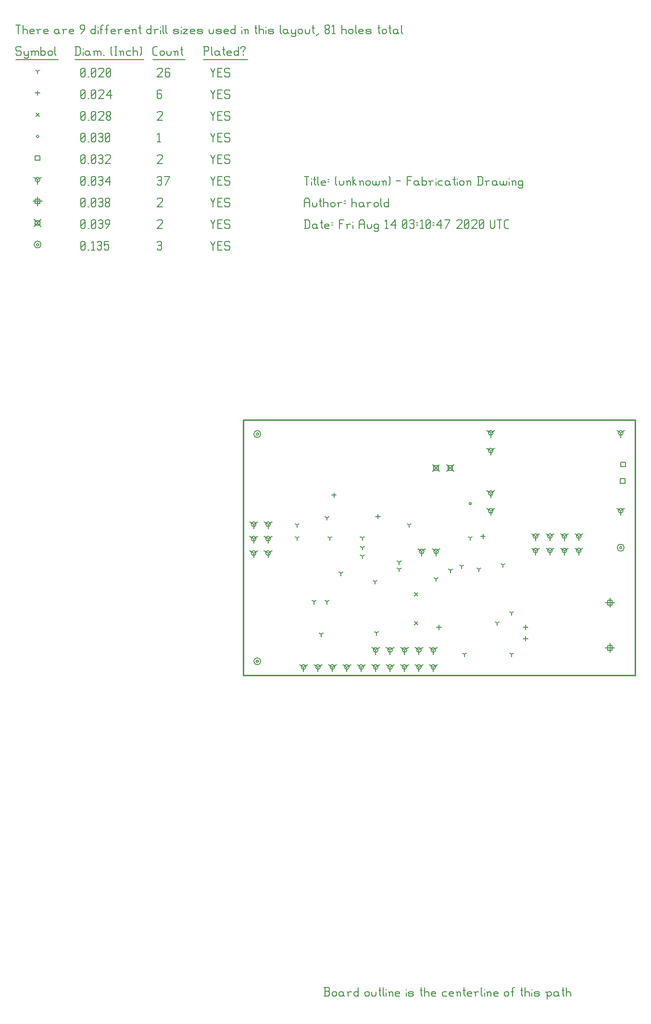
<source format=gbr>
G04 start of page 11 for group -3984 idx -3984 *
G04 Title: (unknown), fab *
G04 Creator: pcb 4.2.2 *
G04 CreationDate: Fri Aug 14 03:10:47 2020 UTC *
G04 For: harold *
G04 Format: Gerber/RS-274X *
G04 PCB-Dimensions (mil): 6000.00 5000.00 *
G04 PCB-Coordinate-Origin: lower left *
%MOIN*%
%FSLAX25Y25*%
%LNFAB*%
%ADD106C,0.0100*%
%ADD105C,0.0075*%
%ADD104C,0.0060*%
%ADD103R,0.0080X0.0080*%
G54D103*X166523Y222441D02*G75*G03X168123Y222441I800J0D01*G01*
G75*G03X166523Y222441I-800J0D01*G01*
X164923D02*G75*G03X169723Y222441I2400J0D01*G01*
G75*G03X164923Y222441I-2400J0D01*G01*
X166523Y379921D02*G75*G03X168123Y379921I800J0D01*G01*
G75*G03X166523Y379921I-800J0D01*G01*
X164923D02*G75*G03X169723Y379921I2400J0D01*G01*
G75*G03X164923Y379921I-2400J0D01*G01*
X418491Y301181D02*G75*G03X420091Y301181I800J0D01*G01*
G75*G03X418491Y301181I-800J0D01*G01*
X416891D02*G75*G03X421691Y301181I2400J0D01*G01*
G75*G03X416891Y301181I-2400J0D01*G01*
X14200Y511250D02*G75*G03X15800Y511250I800J0D01*G01*
G75*G03X14200Y511250I-800J0D01*G01*
X12600D02*G75*G03X17400Y511250I2400J0D01*G01*
G75*G03X12600Y511250I-2400J0D01*G01*
G54D104*X135000Y513500D02*X136500Y510500D01*
X138000Y513500D01*
X136500Y510500D02*Y507500D01*
X139800Y510800D02*X142050D01*
X139800Y507500D02*X142800D01*
X139800Y513500D02*Y507500D01*
Y513500D02*X142800D01*
X147600D02*X148350Y512750D01*
X145350Y513500D02*X147600D01*
X144600Y512750D02*X145350Y513500D01*
X144600Y512750D02*Y511250D01*
X145350Y510500D01*
X147600D01*
X148350Y509750D01*
Y508250D01*
X147600Y507500D02*X148350Y508250D01*
X145350Y507500D02*X147600D01*
X144600Y508250D02*X145350Y507500D01*
X98000Y512750D02*X98750Y513500D01*
X100250D01*
X101000Y512750D01*
X100250Y507500D02*X101000Y508250D01*
X98750Y507500D02*X100250D01*
X98000Y508250D02*X98750Y507500D01*
Y510800D02*X100250D01*
X101000Y512750D02*Y511550D01*
Y510050D02*Y508250D01*
Y510050D02*X100250Y510800D01*
X101000Y511550D02*X100250Y510800D01*
X45000Y508250D02*X45750Y507500D01*
X45000Y512750D02*Y508250D01*
Y512750D02*X45750Y513500D01*
X47250D01*
X48000Y512750D01*
Y508250D01*
X47250Y507500D02*X48000Y508250D01*
X45750Y507500D02*X47250D01*
X45000Y509000D02*X48000Y512000D01*
X49800Y507500D02*X50550D01*
X52350Y512300D02*X53550Y513500D01*
Y507500D01*
X52350D02*X54600D01*
X56400Y512750D02*X57150Y513500D01*
X58650D01*
X59400Y512750D01*
X58650Y507500D02*X59400Y508250D01*
X57150Y507500D02*X58650D01*
X56400Y508250D02*X57150Y507500D01*
Y510800D02*X58650D01*
X59400Y512750D02*Y511550D01*
Y510050D02*Y508250D01*
Y510050D02*X58650Y510800D01*
X59400Y511550D02*X58650Y510800D01*
X61200Y513500D02*X64200D01*
X61200D02*Y510500D01*
X61950Y511250D01*
X63450D01*
X64200Y510500D01*
Y508250D01*
X63450Y507500D02*X64200Y508250D01*
X61950Y507500D02*X63450D01*
X61200Y508250D02*X61950Y507500D01*
X298782Y358699D02*X303582Y353899D01*
X298782D02*X303582Y358699D01*
X299582Y357899D02*X302782D01*
X299582D02*Y354699D01*
X302782D01*
Y357899D02*Y354699D01*
X288939Y358699D02*X293739Y353899D01*
X288939D02*X293739Y358699D01*
X289739Y357899D02*X292939D01*
X289739D02*Y354699D01*
X292939D01*
Y357899D02*Y354699D01*
X12600Y528650D02*X17400Y523850D01*
X12600D02*X17400Y528650D01*
X13400Y527850D02*X16600D01*
X13400D02*Y524650D01*
X16600D01*
Y527850D02*Y524650D01*
X135000Y528500D02*X136500Y525500D01*
X138000Y528500D01*
X136500Y525500D02*Y522500D01*
X139800Y525800D02*X142050D01*
X139800Y522500D02*X142800D01*
X139800Y528500D02*Y522500D01*
Y528500D02*X142800D01*
X147600D02*X148350Y527750D01*
X145350Y528500D02*X147600D01*
X144600Y527750D02*X145350Y528500D01*
X144600Y527750D02*Y526250D01*
X145350Y525500D01*
X147600D01*
X148350Y524750D01*
Y523250D01*
X147600Y522500D02*X148350Y523250D01*
X145350Y522500D02*X147600D01*
X144600Y523250D02*X145350Y522500D01*
X98000Y527750D02*X98750Y528500D01*
X101000D01*
X101750Y527750D01*
Y526250D01*
X98000Y522500D02*X101750Y526250D01*
X98000Y522500D02*X101750D01*
X45000Y523250D02*X45750Y522500D01*
X45000Y527750D02*Y523250D01*
Y527750D02*X45750Y528500D01*
X47250D01*
X48000Y527750D01*
Y523250D01*
X47250Y522500D02*X48000Y523250D01*
X45750Y522500D02*X47250D01*
X45000Y524000D02*X48000Y527000D01*
X49800Y522500D02*X50550D01*
X52350Y523250D02*X53100Y522500D01*
X52350Y527750D02*Y523250D01*
Y527750D02*X53100Y528500D01*
X54600D01*
X55350Y527750D01*
Y523250D01*
X54600Y522500D02*X55350Y523250D01*
X53100Y522500D02*X54600D01*
X52350Y524000D02*X55350Y527000D01*
X57150Y527750D02*X57900Y528500D01*
X59400D01*
X60150Y527750D01*
X59400Y522500D02*X60150Y523250D01*
X57900Y522500D02*X59400D01*
X57150Y523250D02*X57900Y522500D01*
Y525800D02*X59400D01*
X60150Y527750D02*Y526550D01*
Y525050D02*Y523250D01*
Y525050D02*X59400Y525800D01*
X60150Y526550D02*X59400Y525800D01*
X62700Y522500D02*X64950Y525500D01*
Y527750D02*Y525500D01*
X64200Y528500D02*X64950Y527750D01*
X62700Y528500D02*X64200D01*
X61950Y527750D02*X62700Y528500D01*
X61950Y527750D02*Y526250D01*
X62700Y525500D01*
X64950D01*
X411811Y235011D02*Y228611D01*
X408611Y231811D02*X415011D01*
X410211Y233411D02*X413411D01*
X410211D02*Y230211D01*
X413411D01*
Y233411D02*Y230211D01*
X411811Y266350D02*Y259950D01*
X408611Y263150D02*X415011D01*
X410211Y264750D02*X413411D01*
X410211D02*Y261550D01*
X413411D01*
Y264750D02*Y261550D01*
X15000Y544450D02*Y538050D01*
X11800Y541250D02*X18200D01*
X13400Y542850D02*X16600D01*
X13400D02*Y539650D01*
X16600D01*
Y542850D02*Y539650D01*
X135000Y543500D02*X136500Y540500D01*
X138000Y543500D01*
X136500Y540500D02*Y537500D01*
X139800Y540800D02*X142050D01*
X139800Y537500D02*X142800D01*
X139800Y543500D02*Y537500D01*
Y543500D02*X142800D01*
X147600D02*X148350Y542750D01*
X145350Y543500D02*X147600D01*
X144600Y542750D02*X145350Y543500D01*
X144600Y542750D02*Y541250D01*
X145350Y540500D01*
X147600D01*
X148350Y539750D01*
Y538250D01*
X147600Y537500D02*X148350Y538250D01*
X145350Y537500D02*X147600D01*
X144600Y538250D02*X145350Y537500D01*
X98000Y542750D02*X98750Y543500D01*
X101000D01*
X101750Y542750D01*
Y541250D01*
X98000Y537500D02*X101750Y541250D01*
X98000Y537500D02*X101750D01*
X45000Y538250D02*X45750Y537500D01*
X45000Y542750D02*Y538250D01*
Y542750D02*X45750Y543500D01*
X47250D01*
X48000Y542750D01*
Y538250D01*
X47250Y537500D02*X48000Y538250D01*
X45750Y537500D02*X47250D01*
X45000Y539000D02*X48000Y542000D01*
X49800Y537500D02*X50550D01*
X52350Y538250D02*X53100Y537500D01*
X52350Y542750D02*Y538250D01*
Y542750D02*X53100Y543500D01*
X54600D01*
X55350Y542750D01*
Y538250D01*
X54600Y537500D02*X55350Y538250D01*
X53100Y537500D02*X54600D01*
X52350Y539000D02*X55350Y542000D01*
X57150Y542750D02*X57900Y543500D01*
X59400D01*
X60150Y542750D01*
X59400Y537500D02*X60150Y538250D01*
X57900Y537500D02*X59400D01*
X57150Y538250D02*X57900Y537500D01*
Y540800D02*X59400D01*
X60150Y542750D02*Y541550D01*
Y540050D02*Y538250D01*
Y540050D02*X59400Y540800D01*
X60150Y541550D02*X59400Y540800D01*
X61950Y538250D02*X62700Y537500D01*
X61950Y539450D02*Y538250D01*
Y539450D02*X63000Y540500D01*
X63900D01*
X64950Y539450D01*
Y538250D01*
X64200Y537500D02*X64950Y538250D01*
X62700Y537500D02*X64200D01*
X61950Y541550D02*X63000Y540500D01*
X61950Y542750D02*Y541550D01*
Y542750D02*X62700Y543500D01*
X64200D01*
X64950Y542750D01*
Y541550D01*
X63900Y540500D02*X64950Y541550D01*
X390236Y309213D02*Y306013D01*
Y309213D02*X393010Y310813D01*
X390236Y309213D02*X387463Y310813D01*
X388636Y309213D02*G75*G03X391836Y309213I1600J0D01*G01*
G75*G03X388636Y309213I-1600J0D01*G01*
X380236D02*Y306013D01*
Y309213D02*X383010Y310813D01*
X380236Y309213D02*X377463Y310813D01*
X378636Y309213D02*G75*G03X381836Y309213I1600J0D01*G01*
G75*G03X378636Y309213I-1600J0D01*G01*
X370236D02*Y306013D01*
Y309213D02*X373010Y310813D01*
X370236Y309213D02*X367463Y310813D01*
X368636Y309213D02*G75*G03X371836Y309213I1600J0D01*G01*
G75*G03X368636Y309213I-1600J0D01*G01*
X360236D02*Y306013D01*
Y309213D02*X363010Y310813D01*
X360236Y309213D02*X357463Y310813D01*
X358636Y309213D02*G75*G03X361836Y309213I1600J0D01*G01*
G75*G03X358636Y309213I-1600J0D01*G01*
X390236Y299213D02*Y296013D01*
Y299213D02*X393010Y300813D01*
X390236Y299213D02*X387463Y300813D01*
X388636Y299213D02*G75*G03X391836Y299213I1600J0D01*G01*
G75*G03X388636Y299213I-1600J0D01*G01*
X380236D02*Y296013D01*
Y299213D02*X383010Y300813D01*
X380236Y299213D02*X377463Y300813D01*
X378636Y299213D02*G75*G03X381836Y299213I1600J0D01*G01*
G75*G03X378636Y299213I-1600J0D01*G01*
X370236D02*Y296013D01*
Y299213D02*X373010Y300813D01*
X370236Y299213D02*X367463Y300813D01*
X368636Y299213D02*G75*G03X371836Y299213I1600J0D01*G01*
G75*G03X368636Y299213I-1600J0D01*G01*
X360236D02*Y296013D01*
Y299213D02*X363010Y300813D01*
X360236Y299213D02*X357463Y300813D01*
X358636Y299213D02*G75*G03X361836Y299213I1600J0D01*G01*
G75*G03X358636Y299213I-1600J0D01*G01*
X419291Y380709D02*Y377509D01*
Y380709D02*X422065Y382309D01*
X419291Y380709D02*X416518Y382309D01*
X417691Y380709D02*G75*G03X420891Y380709I1600J0D01*G01*
G75*G03X417691Y380709I-1600J0D01*G01*
X419291Y326772D02*Y323572D01*
Y326772D02*X422065Y328372D01*
X419291Y326772D02*X416518Y328372D01*
X417691Y326772D02*G75*G03X420891Y326772I1600J0D01*G01*
G75*G03X417691Y326772I-1600J0D01*G01*
X329134Y380709D02*Y377509D01*
Y380709D02*X331908Y382309D01*
X329134Y380709D02*X326361Y382309D01*
X327534Y380709D02*G75*G03X330734Y380709I1600J0D01*G01*
G75*G03X327534Y380709I-1600J0D01*G01*
X329134Y368504D02*Y365304D01*
Y368504D02*X331908Y370104D01*
X329134Y368504D02*X326361Y370104D01*
X327534Y368504D02*G75*G03X330734Y368504I1600J0D01*G01*
G75*G03X327534Y368504I-1600J0D01*G01*
X329134Y338977D02*Y335777D01*
Y338977D02*X331908Y340577D01*
X329134Y338977D02*X326361Y340577D01*
X327534Y338977D02*G75*G03X330734Y338977I1600J0D01*G01*
G75*G03X327534Y338977I-1600J0D01*G01*
X329134Y326772D02*Y323572D01*
Y326772D02*X331908Y328372D01*
X329134Y326772D02*X326361Y328372D01*
X327534Y326772D02*G75*G03X330734Y326772I1600J0D01*G01*
G75*G03X327534Y326772I-1600J0D01*G01*
X289370Y218504D02*Y215304D01*
Y218504D02*X292143Y220104D01*
X289370Y218504D02*X286597Y220104D01*
X287770Y218504D02*G75*G03X290970Y218504I1600J0D01*G01*
G75*G03X287770Y218504I-1600J0D01*G01*
X279370D02*Y215304D01*
Y218504D02*X282143Y220104D01*
X279370Y218504D02*X276597Y220104D01*
X277770Y218504D02*G75*G03X280970Y218504I1600J0D01*G01*
G75*G03X277770Y218504I-1600J0D01*G01*
X269370D02*Y215304D01*
Y218504D02*X272143Y220104D01*
X269370Y218504D02*X266597Y220104D01*
X267770Y218504D02*G75*G03X270970Y218504I1600J0D01*G01*
G75*G03X267770Y218504I-1600J0D01*G01*
X259370D02*Y215304D01*
Y218504D02*X262143Y220104D01*
X259370Y218504D02*X256597Y220104D01*
X257770Y218504D02*G75*G03X260970Y218504I1600J0D01*G01*
G75*G03X257770Y218504I-1600J0D01*G01*
X249370D02*Y215304D01*
Y218504D02*X252143Y220104D01*
X249370Y218504D02*X246597Y220104D01*
X247770Y218504D02*G75*G03X250970Y218504I1600J0D01*G01*
G75*G03X247770Y218504I-1600J0D01*G01*
X239370D02*Y215304D01*
Y218504D02*X242143Y220104D01*
X239370Y218504D02*X236597Y220104D01*
X237770Y218504D02*G75*G03X240970Y218504I1600J0D01*G01*
G75*G03X237770Y218504I-1600J0D01*G01*
X229370D02*Y215304D01*
Y218504D02*X232143Y220104D01*
X229370Y218504D02*X226597Y220104D01*
X227770Y218504D02*G75*G03X230970Y218504I1600J0D01*G01*
G75*G03X227770Y218504I-1600J0D01*G01*
X219370D02*Y215304D01*
Y218504D02*X222143Y220104D01*
X219370Y218504D02*X216597Y220104D01*
X217770Y218504D02*G75*G03X220970Y218504I1600J0D01*G01*
G75*G03X217770Y218504I-1600J0D01*G01*
X209370D02*Y215304D01*
Y218504D02*X212143Y220104D01*
X209370Y218504D02*X206597Y220104D01*
X207770Y218504D02*G75*G03X210970Y218504I1600J0D01*G01*
G75*G03X207770Y218504I-1600J0D01*G01*
X199370D02*Y215304D01*
Y218504D02*X202143Y220104D01*
X199370Y218504D02*X196597Y220104D01*
X197770Y218504D02*G75*G03X200970Y218504I1600J0D01*G01*
G75*G03X197770Y218504I-1600J0D01*G01*
X289370Y230315D02*Y227115D01*
Y230315D02*X292143Y231915D01*
X289370Y230315D02*X286597Y231915D01*
X287770Y230315D02*G75*G03X290970Y230315I1600J0D01*G01*
G75*G03X287770Y230315I-1600J0D01*G01*
X279370D02*Y227115D01*
Y230315D02*X282143Y231915D01*
X279370Y230315D02*X276597Y231915D01*
X277770Y230315D02*G75*G03X280970Y230315I1600J0D01*G01*
G75*G03X277770Y230315I-1600J0D01*G01*
X269370D02*Y227115D01*
Y230315D02*X272143Y231915D01*
X269370Y230315D02*X266597Y231915D01*
X267770Y230315D02*G75*G03X270970Y230315I1600J0D01*G01*
G75*G03X267770Y230315I-1600J0D01*G01*
X259370D02*Y227115D01*
Y230315D02*X262143Y231915D01*
X259370Y230315D02*X256597Y231915D01*
X257770Y230315D02*G75*G03X260970Y230315I1600J0D01*G01*
G75*G03X257770Y230315I-1600J0D01*G01*
X249370D02*Y227115D01*
Y230315D02*X252143Y231915D01*
X249370Y230315D02*X246597Y231915D01*
X247770Y230315D02*G75*G03X250970Y230315I1600J0D01*G01*
G75*G03X247770Y230315I-1600J0D01*G01*
X174823Y317421D02*Y314221D01*
Y317421D02*X177596Y319021D01*
X174823Y317421D02*X172050Y319021D01*
X173223Y317421D02*G75*G03X176423Y317421I1600J0D01*G01*
G75*G03X173223Y317421I-1600J0D01*G01*
X174823Y307421D02*Y304221D01*
Y307421D02*X177596Y309021D01*
X174823Y307421D02*X172050Y309021D01*
X173223Y307421D02*G75*G03X176423Y307421I1600J0D01*G01*
G75*G03X173223Y307421I-1600J0D01*G01*
X174823Y297421D02*Y294221D01*
Y297421D02*X177596Y299021D01*
X174823Y297421D02*X172050Y299021D01*
X173223Y297421D02*G75*G03X176423Y297421I1600J0D01*G01*
G75*G03X173223Y297421I-1600J0D01*G01*
X164823Y317421D02*Y314221D01*
Y317421D02*X167596Y319021D01*
X164823Y317421D02*X162050Y319021D01*
X163223Y317421D02*G75*G03X166423Y317421I1600J0D01*G01*
G75*G03X163223Y317421I-1600J0D01*G01*
X164823Y307421D02*Y304221D01*
Y307421D02*X167596Y309021D01*
X164823Y307421D02*X162050Y309021D01*
X163223Y307421D02*G75*G03X166423Y307421I1600J0D01*G01*
G75*G03X163223Y307421I-1600J0D01*G01*
X164823Y297421D02*Y294221D01*
Y297421D02*X167596Y299021D01*
X164823Y297421D02*X162050Y299021D01*
X163223Y297421D02*G75*G03X166423Y297421I1600J0D01*G01*
G75*G03X163223Y297421I-1600J0D01*G01*
X291339Y298622D02*Y295422D01*
Y298622D02*X294112Y300222D01*
X291339Y298622D02*X288565Y300222D01*
X289739Y298622D02*G75*G03X292939Y298622I1600J0D01*G01*
G75*G03X289739Y298622I-1600J0D01*G01*
X281339D02*Y295422D01*
Y298622D02*X284112Y300222D01*
X281339Y298622D02*X278565Y300222D01*
X279739Y298622D02*G75*G03X282939Y298622I1600J0D01*G01*
G75*G03X279739Y298622I-1600J0D01*G01*
X15000Y556250D02*Y553050D01*
Y556250D02*X17773Y557850D01*
X15000Y556250D02*X12227Y557850D01*
X13400Y556250D02*G75*G03X16600Y556250I1600J0D01*G01*
G75*G03X13400Y556250I-1600J0D01*G01*
X135000Y558500D02*X136500Y555500D01*
X138000Y558500D01*
X136500Y555500D02*Y552500D01*
X139800Y555800D02*X142050D01*
X139800Y552500D02*X142800D01*
X139800Y558500D02*Y552500D01*
Y558500D02*X142800D01*
X147600D02*X148350Y557750D01*
X145350Y558500D02*X147600D01*
X144600Y557750D02*X145350Y558500D01*
X144600Y557750D02*Y556250D01*
X145350Y555500D01*
X147600D01*
X148350Y554750D01*
Y553250D01*
X147600Y552500D02*X148350Y553250D01*
X145350Y552500D02*X147600D01*
X144600Y553250D02*X145350Y552500D01*
X98000Y557750D02*X98750Y558500D01*
X100250D01*
X101000Y557750D01*
X100250Y552500D02*X101000Y553250D01*
X98750Y552500D02*X100250D01*
X98000Y553250D02*X98750Y552500D01*
Y555800D02*X100250D01*
X101000Y557750D02*Y556550D01*
Y555050D02*Y553250D01*
Y555050D02*X100250Y555800D01*
X101000Y556550D02*X100250Y555800D01*
X103550Y552500D02*X106550Y558500D01*
X102800D02*X106550D01*
X45000Y553250D02*X45750Y552500D01*
X45000Y557750D02*Y553250D01*
Y557750D02*X45750Y558500D01*
X47250D01*
X48000Y557750D01*
Y553250D01*
X47250Y552500D02*X48000Y553250D01*
X45750Y552500D02*X47250D01*
X45000Y554000D02*X48000Y557000D01*
X49800Y552500D02*X50550D01*
X52350Y553250D02*X53100Y552500D01*
X52350Y557750D02*Y553250D01*
Y557750D02*X53100Y558500D01*
X54600D01*
X55350Y557750D01*
Y553250D01*
X54600Y552500D02*X55350Y553250D01*
X53100Y552500D02*X54600D01*
X52350Y554000D02*X55350Y557000D01*
X57150Y557750D02*X57900Y558500D01*
X59400D01*
X60150Y557750D01*
X59400Y552500D02*X60150Y553250D01*
X57900Y552500D02*X59400D01*
X57150Y553250D02*X57900Y552500D01*
Y555800D02*X59400D01*
X60150Y557750D02*Y556550D01*
Y555050D02*Y553250D01*
Y555050D02*X59400Y555800D01*
X60150Y556550D02*X59400Y555800D01*
X61950Y554750D02*X64950Y558500D01*
X61950Y554750D02*X65700D01*
X64950Y558500D02*Y552500D01*
X419069Y349041D02*X422269D01*
X419069D02*Y345841D01*
X422269D01*
Y349041D02*Y345841D01*
X419266Y360458D02*X422466D01*
X419266D02*Y357258D01*
X422466D01*
Y360458D02*Y357258D01*
X13400Y572850D02*X16600D01*
X13400D02*Y569650D01*
X16600D01*
Y572850D02*Y569650D01*
X135000Y573500D02*X136500Y570500D01*
X138000Y573500D01*
X136500Y570500D02*Y567500D01*
X139800Y570800D02*X142050D01*
X139800Y567500D02*X142800D01*
X139800Y573500D02*Y567500D01*
Y573500D02*X142800D01*
X147600D02*X148350Y572750D01*
X145350Y573500D02*X147600D01*
X144600Y572750D02*X145350Y573500D01*
X144600Y572750D02*Y571250D01*
X145350Y570500D01*
X147600D01*
X148350Y569750D01*
Y568250D01*
X147600Y567500D02*X148350Y568250D01*
X145350Y567500D02*X147600D01*
X144600Y568250D02*X145350Y567500D01*
X98000Y572750D02*X98750Y573500D01*
X101000D01*
X101750Y572750D01*
Y571250D01*
X98000Y567500D02*X101750Y571250D01*
X98000Y567500D02*X101750D01*
X45000Y568250D02*X45750Y567500D01*
X45000Y572750D02*Y568250D01*
Y572750D02*X45750Y573500D01*
X47250D01*
X48000Y572750D01*
Y568250D01*
X47250Y567500D02*X48000Y568250D01*
X45750Y567500D02*X47250D01*
X45000Y569000D02*X48000Y572000D01*
X49800Y567500D02*X50550D01*
X52350Y568250D02*X53100Y567500D01*
X52350Y572750D02*Y568250D01*
Y572750D02*X53100Y573500D01*
X54600D01*
X55350Y572750D01*
Y568250D01*
X54600Y567500D02*X55350Y568250D01*
X53100Y567500D02*X54600D01*
X52350Y569000D02*X55350Y572000D01*
X57150Y572750D02*X57900Y573500D01*
X59400D01*
X60150Y572750D01*
X59400Y567500D02*X60150Y568250D01*
X57900Y567500D02*X59400D01*
X57150Y568250D02*X57900Y567500D01*
Y570800D02*X59400D01*
X60150Y572750D02*Y571550D01*
Y570050D02*Y568250D01*
Y570050D02*X59400Y570800D01*
X60150Y571550D02*X59400Y570800D01*
X61950Y572750D02*X62700Y573500D01*
X64950D01*
X65700Y572750D01*
Y571250D01*
X61950Y567500D02*X65700Y571250D01*
X61950Y567500D02*X65700D01*
X314161Y331693D02*G75*G03X315761Y331693I800J0D01*G01*
G75*G03X314161Y331693I-800J0D01*G01*
X14200Y586250D02*G75*G03X15800Y586250I800J0D01*G01*
G75*G03X14200Y586250I-800J0D01*G01*
X135000Y588500D02*X136500Y585500D01*
X138000Y588500D01*
X136500Y585500D02*Y582500D01*
X139800Y585800D02*X142050D01*
X139800Y582500D02*X142800D01*
X139800Y588500D02*Y582500D01*
Y588500D02*X142800D01*
X147600D02*X148350Y587750D01*
X145350Y588500D02*X147600D01*
X144600Y587750D02*X145350Y588500D01*
X144600Y587750D02*Y586250D01*
X145350Y585500D01*
X147600D01*
X148350Y584750D01*
Y583250D01*
X147600Y582500D02*X148350Y583250D01*
X145350Y582500D02*X147600D01*
X144600Y583250D02*X145350Y582500D01*
X98000Y587300D02*X99200Y588500D01*
Y582500D01*
X98000D02*X100250D01*
X45000Y583250D02*X45750Y582500D01*
X45000Y587750D02*Y583250D01*
Y587750D02*X45750Y588500D01*
X47250D01*
X48000Y587750D01*
Y583250D01*
X47250Y582500D02*X48000Y583250D01*
X45750Y582500D02*X47250D01*
X45000Y584000D02*X48000Y587000D01*
X49800Y582500D02*X50550D01*
X52350Y583250D02*X53100Y582500D01*
X52350Y587750D02*Y583250D01*
Y587750D02*X53100Y588500D01*
X54600D01*
X55350Y587750D01*
Y583250D01*
X54600Y582500D02*X55350Y583250D01*
X53100Y582500D02*X54600D01*
X52350Y584000D02*X55350Y587000D01*
X57150Y587750D02*X57900Y588500D01*
X59400D01*
X60150Y587750D01*
X59400Y582500D02*X60150Y583250D01*
X57900Y582500D02*X59400D01*
X57150Y583250D02*X57900Y582500D01*
Y585800D02*X59400D01*
X60150Y587750D02*Y586550D01*
Y585050D02*Y583250D01*
Y585050D02*X59400Y585800D01*
X60150Y586550D02*X59400Y585800D01*
X61950Y583250D02*X62700Y582500D01*
X61950Y587750D02*Y583250D01*
Y587750D02*X62700Y588500D01*
X64200D01*
X64950Y587750D01*
Y583250D01*
X64200Y582500D02*X64950Y583250D01*
X62700Y582500D02*X64200D01*
X61950Y584000D02*X64950Y587000D01*
X276359Y270058D02*X278759Y267658D01*
X276359D02*X278759Y270058D01*
X276359Y250058D02*X278759Y247658D01*
X276359D02*X278759Y250058D01*
X13800Y602450D02*X16200Y600050D01*
X13800D02*X16200Y602450D01*
X135000Y603500D02*X136500Y600500D01*
X138000Y603500D01*
X136500Y600500D02*Y597500D01*
X139800Y600800D02*X142050D01*
X139800Y597500D02*X142800D01*
X139800Y603500D02*Y597500D01*
Y603500D02*X142800D01*
X147600D02*X148350Y602750D01*
X145350Y603500D02*X147600D01*
X144600Y602750D02*X145350Y603500D01*
X144600Y602750D02*Y601250D01*
X145350Y600500D01*
X147600D01*
X148350Y599750D01*
Y598250D01*
X147600Y597500D02*X148350Y598250D01*
X145350Y597500D02*X147600D01*
X144600Y598250D02*X145350Y597500D01*
X98000Y602750D02*X98750Y603500D01*
X101000D01*
X101750Y602750D01*
Y601250D01*
X98000Y597500D02*X101750Y601250D01*
X98000Y597500D02*X101750D01*
X45000Y598250D02*X45750Y597500D01*
X45000Y602750D02*Y598250D01*
Y602750D02*X45750Y603500D01*
X47250D01*
X48000Y602750D01*
Y598250D01*
X47250Y597500D02*X48000Y598250D01*
X45750Y597500D02*X47250D01*
X45000Y599000D02*X48000Y602000D01*
X49800Y597500D02*X50550D01*
X52350Y598250D02*X53100Y597500D01*
X52350Y602750D02*Y598250D01*
Y602750D02*X53100Y603500D01*
X54600D01*
X55350Y602750D01*
Y598250D01*
X54600Y597500D02*X55350Y598250D01*
X53100Y597500D02*X54600D01*
X52350Y599000D02*X55350Y602000D01*
X57150Y602750D02*X57900Y603500D01*
X60150D01*
X60900Y602750D01*
Y601250D01*
X57150Y597500D02*X60900Y601250D01*
X57150Y597500D02*X60900D01*
X62700Y598250D02*X63450Y597500D01*
X62700Y599450D02*Y598250D01*
Y599450D02*X63750Y600500D01*
X64650D01*
X65700Y599450D01*
Y598250D01*
X64950Y597500D02*X65700Y598250D01*
X63450Y597500D02*X64950D01*
X62700Y601550D02*X63750Y600500D01*
X62700Y602750D02*Y601550D01*
Y602750D02*X63450Y603500D01*
X64950D01*
X65700Y602750D01*
Y601550D01*
X64650Y600500D02*X65700Y601550D01*
X293307Y247663D02*Y244463D01*
X291707Y246063D02*X294907D01*
X353346Y239789D02*Y236589D01*
X351746Y238189D02*X354946D01*
X323819Y310655D02*Y307455D01*
X322219Y309055D02*X325419D01*
X353346Y247663D02*Y244463D01*
X351746Y246063D02*X354946D01*
X220473Y339198D02*Y335998D01*
X218873Y337598D02*X222073D01*
X250985Y324435D02*Y321235D01*
X249385Y322835D02*X252585D01*
X15000Y617850D02*Y614650D01*
X13400Y616250D02*X16600D01*
X135000Y618500D02*X136500Y615500D01*
X138000Y618500D01*
X136500Y615500D02*Y612500D01*
X139800Y615800D02*X142050D01*
X139800Y612500D02*X142800D01*
X139800Y618500D02*Y612500D01*
Y618500D02*X142800D01*
X147600D02*X148350Y617750D01*
X145350Y618500D02*X147600D01*
X144600Y617750D02*X145350Y618500D01*
X144600Y617750D02*Y616250D01*
X145350Y615500D01*
X147600D01*
X148350Y614750D01*
Y613250D01*
X147600Y612500D02*X148350Y613250D01*
X145350Y612500D02*X147600D01*
X144600Y613250D02*X145350Y612500D01*
X100250Y618500D02*X101000Y617750D01*
X98750Y618500D02*X100250D01*
X98000Y617750D02*X98750Y618500D01*
X98000Y617750D02*Y613250D01*
X98750Y612500D01*
X100250Y615800D02*X101000Y615050D01*
X98000Y615800D02*X100250D01*
X98750Y612500D02*X100250D01*
X101000Y613250D01*
Y615050D02*Y613250D01*
X45000D02*X45750Y612500D01*
X45000Y617750D02*Y613250D01*
Y617750D02*X45750Y618500D01*
X47250D01*
X48000Y617750D01*
Y613250D01*
X47250Y612500D02*X48000Y613250D01*
X45750Y612500D02*X47250D01*
X45000Y614000D02*X48000Y617000D01*
X49800Y612500D02*X50550D01*
X52350Y613250D02*X53100Y612500D01*
X52350Y617750D02*Y613250D01*
Y617750D02*X53100Y618500D01*
X54600D01*
X55350Y617750D01*
Y613250D01*
X54600Y612500D02*X55350Y613250D01*
X53100Y612500D02*X54600D01*
X52350Y614000D02*X55350Y617000D01*
X57150Y617750D02*X57900Y618500D01*
X60150D01*
X60900Y617750D01*
Y616250D01*
X57150Y612500D02*X60900Y616250D01*
X57150Y612500D02*X60900D01*
X62700Y614750D02*X65700Y618500D01*
X62700Y614750D02*X66450D01*
X65700Y618500D02*Y612500D01*
X265748Y291142D02*Y289542D01*
Y291142D02*X267135Y291942D01*
X265748Y291142D02*X264361Y291942D01*
X265748Y286417D02*Y284817D01*
Y286417D02*X267135Y287217D01*
X265748Y286417D02*X264361Y287217D01*
X301181Y285433D02*Y283833D01*
Y285433D02*X302568Y286233D01*
X301181Y285433D02*X299794Y286233D01*
X333661Y249016D02*Y247416D01*
Y249016D02*X335048Y249816D01*
X333661Y249016D02*X332275Y249816D01*
X343504Y255906D02*Y254306D01*
Y255906D02*X344891Y256706D01*
X343504Y255906D02*X342117Y256706D01*
X337598Y289370D02*Y287770D01*
Y289370D02*X338985Y290170D01*
X337598Y289370D02*X336212Y290170D01*
X250000Y242126D02*Y240526D01*
Y242126D02*X251387Y242926D01*
X250000Y242126D02*X248613Y242926D01*
X314961Y308071D02*Y306471D01*
Y308071D02*X316347Y308871D01*
X314961Y308071D02*X313574Y308871D01*
X343504Y227362D02*Y225762D01*
Y227362D02*X344891Y228162D01*
X343504Y227362D02*X342117Y228162D01*
X311024Y227362D02*Y225762D01*
Y227362D02*X312410Y228162D01*
X311024Y227362D02*X309637Y228162D01*
X215551Y263780D02*Y262180D01*
Y263780D02*X216938Y264580D01*
X215551Y263780D02*X214165Y264580D01*
X194882Y316929D02*Y315329D01*
Y316929D02*X196269Y317729D01*
X194882Y316929D02*X193495Y317729D01*
X217520Y308071D02*Y306471D01*
Y308071D02*X218906Y308871D01*
X217520Y308071D02*X216133Y308871D01*
X225394Y283465D02*Y281865D01*
Y283465D02*X226780Y284265D01*
X225394Y283465D02*X224007Y284265D01*
X240157Y308071D02*Y306471D01*
Y308071D02*X241544Y308871D01*
X240157Y308071D02*X238771Y308871D01*
X240157Y301181D02*Y299581D01*
Y301181D02*X241544Y301981D01*
X240157Y301181D02*X238771Y301981D01*
X240157Y295276D02*Y293676D01*
Y295276D02*X241544Y296076D01*
X240157Y295276D02*X238771Y296076D01*
X206693Y263780D02*Y262180D01*
Y263780D02*X208080Y264580D01*
X206693Y263780D02*X205306Y264580D01*
X194882Y308071D02*Y306471D01*
Y308071D02*X196269Y308871D01*
X194882Y308071D02*X193495Y308871D01*
X309055Y288386D02*Y286786D01*
Y288386D02*X310442Y289186D01*
X309055Y288386D02*X307668Y289186D01*
X320859Y286411D02*Y284811D01*
Y286411D02*X322246Y287211D01*
X320859Y286411D02*X319473Y287211D01*
X291339Y279528D02*Y277928D01*
Y279528D02*X292725Y280328D01*
X291339Y279528D02*X289952Y280328D01*
X272638Y316929D02*Y315329D01*
Y316929D02*X274024Y317729D01*
X272638Y316929D02*X271251Y317729D01*
X215551Y321850D02*Y320250D01*
Y321850D02*X216938Y322650D01*
X215551Y321850D02*X214165Y322650D01*
X249016Y277559D02*Y275959D01*
Y277559D02*X250402Y278359D01*
X249016Y277559D02*X247629Y278359D01*
X211614Y241142D02*Y239542D01*
Y241142D02*X213001Y241942D01*
X211614Y241142D02*X210228Y241942D01*
X15000Y631250D02*Y629650D01*
Y631250D02*X16387Y632050D01*
X15000Y631250D02*X13613Y632050D01*
X135000Y633500D02*X136500Y630500D01*
X138000Y633500D01*
X136500Y630500D02*Y627500D01*
X139800Y630800D02*X142050D01*
X139800Y627500D02*X142800D01*
X139800Y633500D02*Y627500D01*
Y633500D02*X142800D01*
X147600D02*X148350Y632750D01*
X145350Y633500D02*X147600D01*
X144600Y632750D02*X145350Y633500D01*
X144600Y632750D02*Y631250D01*
X145350Y630500D01*
X147600D01*
X148350Y629750D01*
Y628250D01*
X147600Y627500D02*X148350Y628250D01*
X145350Y627500D02*X147600D01*
X144600Y628250D02*X145350Y627500D01*
X98000Y632750D02*X98750Y633500D01*
X101000D01*
X101750Y632750D01*
Y631250D01*
X98000Y627500D02*X101750Y631250D01*
X98000Y627500D02*X101750D01*
X105800Y633500D02*X106550Y632750D01*
X104300Y633500D02*X105800D01*
X103550Y632750D02*X104300Y633500D01*
X103550Y632750D02*Y628250D01*
X104300Y627500D01*
X105800Y630800D02*X106550Y630050D01*
X103550Y630800D02*X105800D01*
X104300Y627500D02*X105800D01*
X106550Y628250D01*
Y630050D02*Y628250D01*
X45000D02*X45750Y627500D01*
X45000Y632750D02*Y628250D01*
Y632750D02*X45750Y633500D01*
X47250D01*
X48000Y632750D01*
Y628250D01*
X47250Y627500D02*X48000Y628250D01*
X45750Y627500D02*X47250D01*
X45000Y629000D02*X48000Y632000D01*
X49800Y627500D02*X50550D01*
X52350Y628250D02*X53100Y627500D01*
X52350Y632750D02*Y628250D01*
Y632750D02*X53100Y633500D01*
X54600D01*
X55350Y632750D01*
Y628250D01*
X54600Y627500D02*X55350Y628250D01*
X53100Y627500D02*X54600D01*
X52350Y629000D02*X55350Y632000D01*
X57150Y632750D02*X57900Y633500D01*
X60150D01*
X60900Y632750D01*
Y631250D01*
X57150Y627500D02*X60900Y631250D01*
X57150Y627500D02*X60900D01*
X62700Y628250D02*X63450Y627500D01*
X62700Y632750D02*Y628250D01*
Y632750D02*X63450Y633500D01*
X64950D01*
X65700Y632750D01*
Y628250D01*
X64950Y627500D02*X65700Y628250D01*
X63450Y627500D02*X64950D01*
X62700Y629000D02*X65700Y632000D01*
X3000Y648500D02*X3750Y647750D01*
X750Y648500D02*X3000D01*
X0Y647750D02*X750Y648500D01*
X0Y647750D02*Y646250D01*
X750Y645500D01*
X3000D01*
X3750Y644750D01*
Y643250D01*
X3000Y642500D02*X3750Y643250D01*
X750Y642500D02*X3000D01*
X0Y643250D02*X750Y642500D01*
X5550Y645500D02*Y643250D01*
X6300Y642500D01*
X8550Y645500D02*Y641000D01*
X7800Y640250D02*X8550Y641000D01*
X6300Y640250D02*X7800D01*
X5550Y641000D02*X6300Y640250D01*
Y642500D02*X7800D01*
X8550Y643250D01*
X11100Y644750D02*Y642500D01*
Y644750D02*X11850Y645500D01*
X12600D01*
X13350Y644750D01*
Y642500D01*
Y644750D02*X14100Y645500D01*
X14850D01*
X15600Y644750D01*
Y642500D01*
X10350Y645500D02*X11100Y644750D01*
X17400Y648500D02*Y642500D01*
Y643250D02*X18150Y642500D01*
X19650D01*
X20400Y643250D01*
Y644750D02*Y643250D01*
X19650Y645500D02*X20400Y644750D01*
X18150Y645500D02*X19650D01*
X17400Y644750D02*X18150Y645500D01*
X22200Y644750D02*Y643250D01*
Y644750D02*X22950Y645500D01*
X24450D01*
X25200Y644750D01*
Y643250D01*
X24450Y642500D02*X25200Y643250D01*
X22950Y642500D02*X24450D01*
X22200Y643250D02*X22950Y642500D01*
X27000Y648500D02*Y643250D01*
X27750Y642500D01*
X0Y639250D02*X29250D01*
X41750Y648500D02*Y642500D01*
X43700Y648500D02*X44750Y647450D01*
Y643550D01*
X43700Y642500D02*X44750Y643550D01*
X41000Y642500D02*X43700D01*
X41000Y648500D02*X43700D01*
G54D105*X46550Y647000D02*Y646850D01*
G54D104*Y644750D02*Y642500D01*
X50300Y645500D02*X51050Y644750D01*
X48800Y645500D02*X50300D01*
X48050Y644750D02*X48800Y645500D01*
X48050Y644750D02*Y643250D01*
X48800Y642500D01*
X51050Y645500D02*Y643250D01*
X51800Y642500D01*
X48800D02*X50300D01*
X51050Y643250D01*
X54350Y644750D02*Y642500D01*
Y644750D02*X55100Y645500D01*
X55850D01*
X56600Y644750D01*
Y642500D01*
Y644750D02*X57350Y645500D01*
X58100D01*
X58850Y644750D01*
Y642500D01*
X53600Y645500D02*X54350Y644750D01*
X60650Y642500D02*X61400D01*
X65900Y643250D02*X66650Y642500D01*
X65900Y647750D02*X66650Y648500D01*
X65900Y647750D02*Y643250D01*
X68450Y648500D02*X69950D01*
X69200D02*Y642500D01*
X68450D02*X69950D01*
X72500Y644750D02*Y642500D01*
Y644750D02*X73250Y645500D01*
X74000D01*
X74750Y644750D01*
Y642500D01*
X71750Y645500D02*X72500Y644750D01*
X77300Y645500D02*X79550D01*
X76550Y644750D02*X77300Y645500D01*
X76550Y644750D02*Y643250D01*
X77300Y642500D01*
X79550D01*
X81350Y648500D02*Y642500D01*
Y644750D02*X82100Y645500D01*
X83600D01*
X84350Y644750D01*
Y642500D01*
X86150Y648500D02*X86900Y647750D01*
Y643250D01*
X86150Y642500D02*X86900Y643250D01*
X41000Y639250D02*X88700D01*
X96050Y642500D02*X98000D01*
X95000Y643550D02*X96050Y642500D01*
X95000Y647450D02*Y643550D01*
Y647450D02*X96050Y648500D01*
X98000D01*
X99800Y644750D02*Y643250D01*
Y644750D02*X100550Y645500D01*
X102050D01*
X102800Y644750D01*
Y643250D01*
X102050Y642500D02*X102800Y643250D01*
X100550Y642500D02*X102050D01*
X99800Y643250D02*X100550Y642500D01*
X104600Y645500D02*Y643250D01*
X105350Y642500D01*
X106850D01*
X107600Y643250D01*
Y645500D02*Y643250D01*
X110150Y644750D02*Y642500D01*
Y644750D02*X110900Y645500D01*
X111650D01*
X112400Y644750D01*
Y642500D01*
X109400Y645500D02*X110150Y644750D01*
X114950Y648500D02*Y643250D01*
X115700Y642500D01*
X114200Y646250D02*X115700D01*
X95000Y639250D02*X117200D01*
X130750Y648500D02*Y642500D01*
X130000Y648500D02*X133000D01*
X133750Y647750D01*
Y646250D01*
X133000Y645500D02*X133750Y646250D01*
X130750Y645500D02*X133000D01*
X135550Y648500D02*Y643250D01*
X136300Y642500D01*
X140050Y645500D02*X140800Y644750D01*
X138550Y645500D02*X140050D01*
X137800Y644750D02*X138550Y645500D01*
X137800Y644750D02*Y643250D01*
X138550Y642500D01*
X140800Y645500D02*Y643250D01*
X141550Y642500D01*
X138550D02*X140050D01*
X140800Y643250D01*
X144100Y648500D02*Y643250D01*
X144850Y642500D01*
X143350Y646250D02*X144850D01*
X147100Y642500D02*X149350D01*
X146350Y643250D02*X147100Y642500D01*
X146350Y644750D02*Y643250D01*
Y644750D02*X147100Y645500D01*
X148600D01*
X149350Y644750D01*
X146350Y644000D02*X149350D01*
Y644750D02*Y644000D01*
X154150Y648500D02*Y642500D01*
X153400D02*X154150Y643250D01*
X151900Y642500D02*X153400D01*
X151150Y643250D02*X151900Y642500D01*
X151150Y644750D02*Y643250D01*
Y644750D02*X151900Y645500D01*
X153400D01*
X154150Y644750D01*
X157450Y645500D02*Y644750D01*
Y643250D02*Y642500D01*
X155950Y647750D02*Y647000D01*
Y647750D02*X156700Y648500D01*
X158200D01*
X158950Y647750D01*
Y647000D01*
X157450Y645500D02*X158950Y647000D01*
X130000Y639250D02*X160750D01*
X0Y663500D02*X3000D01*
X1500D02*Y657500D01*
X4800Y663500D02*Y657500D01*
Y659750D02*X5550Y660500D01*
X7050D01*
X7800Y659750D01*
Y657500D01*
X10350D02*X12600D01*
X9600Y658250D02*X10350Y657500D01*
X9600Y659750D02*Y658250D01*
Y659750D02*X10350Y660500D01*
X11850D01*
X12600Y659750D01*
X9600Y659000D02*X12600D01*
Y659750D02*Y659000D01*
X15150Y659750D02*Y657500D01*
Y659750D02*X15900Y660500D01*
X17400D01*
X14400D02*X15150Y659750D01*
X19950Y657500D02*X22200D01*
X19200Y658250D02*X19950Y657500D01*
X19200Y659750D02*Y658250D01*
Y659750D02*X19950Y660500D01*
X21450D01*
X22200Y659750D01*
X19200Y659000D02*X22200D01*
Y659750D02*Y659000D01*
X28950Y660500D02*X29700Y659750D01*
X27450Y660500D02*X28950D01*
X26700Y659750D02*X27450Y660500D01*
X26700Y659750D02*Y658250D01*
X27450Y657500D01*
X29700Y660500D02*Y658250D01*
X30450Y657500D01*
X27450D02*X28950D01*
X29700Y658250D01*
X33000Y659750D02*Y657500D01*
Y659750D02*X33750Y660500D01*
X35250D01*
X32250D02*X33000Y659750D01*
X37800Y657500D02*X40050D01*
X37050Y658250D02*X37800Y657500D01*
X37050Y659750D02*Y658250D01*
Y659750D02*X37800Y660500D01*
X39300D01*
X40050Y659750D01*
X37050Y659000D02*X40050D01*
Y659750D02*Y659000D01*
X45300Y657500D02*X47550Y660500D01*
Y662750D02*Y660500D01*
X46800Y663500D02*X47550Y662750D01*
X45300Y663500D02*X46800D01*
X44550Y662750D02*X45300Y663500D01*
X44550Y662750D02*Y661250D01*
X45300Y660500D01*
X47550D01*
X55050Y663500D02*Y657500D01*
X54300D02*X55050Y658250D01*
X52800Y657500D02*X54300D01*
X52050Y658250D02*X52800Y657500D01*
X52050Y659750D02*Y658250D01*
Y659750D02*X52800Y660500D01*
X54300D01*
X55050Y659750D01*
G54D105*X56850Y662000D02*Y661850D01*
G54D104*Y659750D02*Y657500D01*
X59100Y662750D02*Y657500D01*
Y662750D02*X59850Y663500D01*
X60600D01*
X58350Y660500D02*X59850D01*
X62850Y662750D02*Y657500D01*
Y662750D02*X63600Y663500D01*
X64350D01*
X62100Y660500D02*X63600D01*
X66600Y657500D02*X68850D01*
X65850Y658250D02*X66600Y657500D01*
X65850Y659750D02*Y658250D01*
Y659750D02*X66600Y660500D01*
X68100D01*
X68850Y659750D01*
X65850Y659000D02*X68850D01*
Y659750D02*Y659000D01*
X71400Y659750D02*Y657500D01*
Y659750D02*X72150Y660500D01*
X73650D01*
X70650D02*X71400Y659750D01*
X76200Y657500D02*X78450D01*
X75450Y658250D02*X76200Y657500D01*
X75450Y659750D02*Y658250D01*
Y659750D02*X76200Y660500D01*
X77700D01*
X78450Y659750D01*
X75450Y659000D02*X78450D01*
Y659750D02*Y659000D01*
X81000Y659750D02*Y657500D01*
Y659750D02*X81750Y660500D01*
X82500D01*
X83250Y659750D01*
Y657500D01*
X80250Y660500D02*X81000Y659750D01*
X85800Y663500D02*Y658250D01*
X86550Y657500D01*
X85050Y661250D02*X86550D01*
X93750Y663500D02*Y657500D01*
X93000D02*X93750Y658250D01*
X91500Y657500D02*X93000D01*
X90750Y658250D02*X91500Y657500D01*
X90750Y659750D02*Y658250D01*
Y659750D02*X91500Y660500D01*
X93000D01*
X93750Y659750D01*
X96300D02*Y657500D01*
Y659750D02*X97050Y660500D01*
X98550D01*
X95550D02*X96300Y659750D01*
G54D105*X100350Y662000D02*Y661850D01*
G54D104*Y659750D02*Y657500D01*
X101850Y663500D02*Y658250D01*
X102600Y657500D01*
X104100Y663500D02*Y658250D01*
X104850Y657500D01*
X109800D02*X112050D01*
X112800Y658250D01*
X112050Y659000D02*X112800Y658250D01*
X109800Y659000D02*X112050D01*
X109050Y659750D02*X109800Y659000D01*
X109050Y659750D02*X109800Y660500D01*
X112050D01*
X112800Y659750D01*
X109050Y658250D02*X109800Y657500D01*
G54D105*X114600Y662000D02*Y661850D01*
G54D104*Y659750D02*Y657500D01*
X116100Y660500D02*X119100D01*
X116100Y657500D02*X119100Y660500D01*
X116100Y657500D02*X119100D01*
X121650D02*X123900D01*
X120900Y658250D02*X121650Y657500D01*
X120900Y659750D02*Y658250D01*
Y659750D02*X121650Y660500D01*
X123150D01*
X123900Y659750D01*
X120900Y659000D02*X123900D01*
Y659750D02*Y659000D01*
X126450Y657500D02*X128700D01*
X129450Y658250D01*
X128700Y659000D02*X129450Y658250D01*
X126450Y659000D02*X128700D01*
X125700Y659750D02*X126450Y659000D01*
X125700Y659750D02*X126450Y660500D01*
X128700D01*
X129450Y659750D01*
X125700Y658250D02*X126450Y657500D01*
X133950Y660500D02*Y658250D01*
X134700Y657500D01*
X136200D01*
X136950Y658250D01*
Y660500D02*Y658250D01*
X139500Y657500D02*X141750D01*
X142500Y658250D01*
X141750Y659000D02*X142500Y658250D01*
X139500Y659000D02*X141750D01*
X138750Y659750D02*X139500Y659000D01*
X138750Y659750D02*X139500Y660500D01*
X141750D01*
X142500Y659750D01*
X138750Y658250D02*X139500Y657500D01*
X145050D02*X147300D01*
X144300Y658250D02*X145050Y657500D01*
X144300Y659750D02*Y658250D01*
Y659750D02*X145050Y660500D01*
X146550D01*
X147300Y659750D01*
X144300Y659000D02*X147300D01*
Y659750D02*Y659000D01*
X152100Y663500D02*Y657500D01*
X151350D02*X152100Y658250D01*
X149850Y657500D02*X151350D01*
X149100Y658250D02*X149850Y657500D01*
X149100Y659750D02*Y658250D01*
Y659750D02*X149850Y660500D01*
X151350D01*
X152100Y659750D01*
G54D105*X156600Y662000D02*Y661850D01*
G54D104*Y659750D02*Y657500D01*
X158850Y659750D02*Y657500D01*
Y659750D02*X159600Y660500D01*
X160350D01*
X161100Y659750D01*
Y657500D01*
X158100Y660500D02*X158850Y659750D01*
X166350Y663500D02*Y658250D01*
X167100Y657500D01*
X165600Y661250D02*X167100D01*
X168600Y663500D02*Y657500D01*
Y659750D02*X169350Y660500D01*
X170850D01*
X171600Y659750D01*
Y657500D01*
G54D105*X173400Y662000D02*Y661850D01*
G54D104*Y659750D02*Y657500D01*
X175650D02*X177900D01*
X178650Y658250D01*
X177900Y659000D02*X178650Y658250D01*
X175650Y659000D02*X177900D01*
X174900Y659750D02*X175650Y659000D01*
X174900Y659750D02*X175650Y660500D01*
X177900D01*
X178650Y659750D01*
X174900Y658250D02*X175650Y657500D01*
X183150Y663500D02*Y658250D01*
X183900Y657500D01*
X187650Y660500D02*X188400Y659750D01*
X186150Y660500D02*X187650D01*
X185400Y659750D02*X186150Y660500D01*
X185400Y659750D02*Y658250D01*
X186150Y657500D01*
X188400Y660500D02*Y658250D01*
X189150Y657500D01*
X186150D02*X187650D01*
X188400Y658250D01*
X190950Y660500D02*Y658250D01*
X191700Y657500D01*
X193950Y660500D02*Y656000D01*
X193200Y655250D02*X193950Y656000D01*
X191700Y655250D02*X193200D01*
X190950Y656000D02*X191700Y655250D01*
Y657500D02*X193200D01*
X193950Y658250D01*
X195750Y659750D02*Y658250D01*
Y659750D02*X196500Y660500D01*
X198000D01*
X198750Y659750D01*
Y658250D01*
X198000Y657500D02*X198750Y658250D01*
X196500Y657500D02*X198000D01*
X195750Y658250D02*X196500Y657500D01*
X200550Y660500D02*Y658250D01*
X201300Y657500D01*
X202800D01*
X203550Y658250D01*
Y660500D02*Y658250D01*
X206100Y663500D02*Y658250D01*
X206850Y657500D01*
X205350Y661250D02*X206850D01*
X208350Y656000D02*X209850Y657500D01*
X214350Y658250D02*X215100Y657500D01*
X214350Y659450D02*Y658250D01*
Y659450D02*X215400Y660500D01*
X216300D01*
X217350Y659450D01*
Y658250D01*
X216600Y657500D02*X217350Y658250D01*
X215100Y657500D02*X216600D01*
X214350Y661550D02*X215400Y660500D01*
X214350Y662750D02*Y661550D01*
Y662750D02*X215100Y663500D01*
X216600D01*
X217350Y662750D01*
Y661550D01*
X216300Y660500D02*X217350Y661550D01*
X219150Y662300D02*X220350Y663500D01*
Y657500D01*
X219150D02*X221400D01*
X225900Y663500D02*Y657500D01*
Y659750D02*X226650Y660500D01*
X228150D01*
X228900Y659750D01*
Y657500D01*
X230700Y659750D02*Y658250D01*
Y659750D02*X231450Y660500D01*
X232950D01*
X233700Y659750D01*
Y658250D01*
X232950Y657500D02*X233700Y658250D01*
X231450Y657500D02*X232950D01*
X230700Y658250D02*X231450Y657500D01*
X235500Y663500D02*Y658250D01*
X236250Y657500D01*
X238500D02*X240750D01*
X237750Y658250D02*X238500Y657500D01*
X237750Y659750D02*Y658250D01*
Y659750D02*X238500Y660500D01*
X240000D01*
X240750Y659750D01*
X237750Y659000D02*X240750D01*
Y659750D02*Y659000D01*
X243300Y657500D02*X245550D01*
X246300Y658250D01*
X245550Y659000D02*X246300Y658250D01*
X243300Y659000D02*X245550D01*
X242550Y659750D02*X243300Y659000D01*
X242550Y659750D02*X243300Y660500D01*
X245550D01*
X246300Y659750D01*
X242550Y658250D02*X243300Y657500D01*
X251550Y663500D02*Y658250D01*
X252300Y657500D01*
X250800Y661250D02*X252300D01*
X253800Y659750D02*Y658250D01*
Y659750D02*X254550Y660500D01*
X256050D01*
X256800Y659750D01*
Y658250D01*
X256050Y657500D02*X256800Y658250D01*
X254550Y657500D02*X256050D01*
X253800Y658250D02*X254550Y657500D01*
X259350Y663500D02*Y658250D01*
X260100Y657500D01*
X258600Y661250D02*X260100D01*
X263850Y660500D02*X264600Y659750D01*
X262350Y660500D02*X263850D01*
X261600Y659750D02*X262350Y660500D01*
X261600Y659750D02*Y658250D01*
X262350Y657500D01*
X264600Y660500D02*Y658250D01*
X265350Y657500D01*
X262350D02*X263850D01*
X264600Y658250D01*
X267150Y663500D02*Y658250D01*
X267900Y657500D01*
G54D106*X157480Y389764D02*X429134D01*
Y212598D01*
X157480D01*
Y389764D01*
G54D104*X213675Y-9500D02*X216675D01*
X217425Y-8750D01*
Y-6950D02*Y-8750D01*
X216675Y-6200D02*X217425Y-6950D01*
X214425Y-6200D02*X216675D01*
X214425Y-3500D02*Y-9500D01*
X213675Y-3500D02*X216675D01*
X217425Y-4250D01*
Y-5450D01*
X216675Y-6200D02*X217425Y-5450D01*
X219225Y-7250D02*Y-8750D01*
Y-7250D02*X219975Y-6500D01*
X221475D01*
X222225Y-7250D01*
Y-8750D01*
X221475Y-9500D02*X222225Y-8750D01*
X219975Y-9500D02*X221475D01*
X219225Y-8750D02*X219975Y-9500D01*
X226275Y-6500D02*X227025Y-7250D01*
X224775Y-6500D02*X226275D01*
X224025Y-7250D02*X224775Y-6500D01*
X224025Y-7250D02*Y-8750D01*
X224775Y-9500D01*
X227025Y-6500D02*Y-8750D01*
X227775Y-9500D01*
X224775D02*X226275D01*
X227025Y-8750D01*
X230325Y-7250D02*Y-9500D01*
Y-7250D02*X231075Y-6500D01*
X232575D01*
X229575D02*X230325Y-7250D01*
X237375Y-3500D02*Y-9500D01*
X236625D02*X237375Y-8750D01*
X235125Y-9500D02*X236625D01*
X234375Y-8750D02*X235125Y-9500D01*
X234375Y-7250D02*Y-8750D01*
Y-7250D02*X235125Y-6500D01*
X236625D01*
X237375Y-7250D01*
X241875D02*Y-8750D01*
Y-7250D02*X242625Y-6500D01*
X244125D01*
X244875Y-7250D01*
Y-8750D01*
X244125Y-9500D02*X244875Y-8750D01*
X242625Y-9500D02*X244125D01*
X241875Y-8750D02*X242625Y-9500D01*
X246675Y-6500D02*Y-8750D01*
X247425Y-9500D01*
X248925D01*
X249675Y-8750D01*
Y-6500D02*Y-8750D01*
X252225Y-3500D02*Y-8750D01*
X252975Y-9500D01*
X251475Y-5750D02*X252975D01*
X254475Y-3500D02*Y-8750D01*
X255225Y-9500D01*
G54D105*X256725Y-5000D02*Y-5150D01*
G54D104*Y-7250D02*Y-9500D01*
X258975Y-7250D02*Y-9500D01*
Y-7250D02*X259725Y-6500D01*
X260475D01*
X261225Y-7250D01*
Y-9500D01*
X258225Y-6500D02*X258975Y-7250D01*
X263775Y-9500D02*X266025D01*
X263025Y-8750D02*X263775Y-9500D01*
X263025Y-7250D02*Y-8750D01*
Y-7250D02*X263775Y-6500D01*
X265275D01*
X266025Y-7250D01*
X263025Y-8000D02*X266025D01*
Y-7250D02*Y-8000D01*
G54D105*X270525Y-5000D02*Y-5150D01*
G54D104*Y-7250D02*Y-9500D01*
X272775D02*X275025D01*
X275775Y-8750D01*
X275025Y-8000D02*X275775Y-8750D01*
X272775Y-8000D02*X275025D01*
X272025Y-7250D02*X272775Y-8000D01*
X272025Y-7250D02*X272775Y-6500D01*
X275025D01*
X275775Y-7250D01*
X272025Y-8750D02*X272775Y-9500D01*
X281025Y-3500D02*Y-8750D01*
X281775Y-9500D01*
X280275Y-5750D02*X281775D01*
X283275Y-3500D02*Y-9500D01*
Y-7250D02*X284025Y-6500D01*
X285525D01*
X286275Y-7250D01*
Y-9500D01*
X288825D02*X291075D01*
X288075Y-8750D02*X288825Y-9500D01*
X288075Y-7250D02*Y-8750D01*
Y-7250D02*X288825Y-6500D01*
X290325D01*
X291075Y-7250D01*
X288075Y-8000D02*X291075D01*
Y-7250D02*Y-8000D01*
X296325Y-6500D02*X298575D01*
X295575Y-7250D02*X296325Y-6500D01*
X295575Y-7250D02*Y-8750D01*
X296325Y-9500D01*
X298575D01*
X301125D02*X303375D01*
X300375Y-8750D02*X301125Y-9500D01*
X300375Y-7250D02*Y-8750D01*
Y-7250D02*X301125Y-6500D01*
X302625D01*
X303375Y-7250D01*
X300375Y-8000D02*X303375D01*
Y-7250D02*Y-8000D01*
X305925Y-7250D02*Y-9500D01*
Y-7250D02*X306675Y-6500D01*
X307425D01*
X308175Y-7250D01*
Y-9500D01*
X305175Y-6500D02*X305925Y-7250D01*
X310725Y-3500D02*Y-8750D01*
X311475Y-9500D01*
X309975Y-5750D02*X311475D01*
X313725Y-9500D02*X315975D01*
X312975Y-8750D02*X313725Y-9500D01*
X312975Y-7250D02*Y-8750D01*
Y-7250D02*X313725Y-6500D01*
X315225D01*
X315975Y-7250D01*
X312975Y-8000D02*X315975D01*
Y-7250D02*Y-8000D01*
X318525Y-7250D02*Y-9500D01*
Y-7250D02*X319275Y-6500D01*
X320775D01*
X317775D02*X318525Y-7250D01*
X322575Y-3500D02*Y-8750D01*
X323325Y-9500D01*
G54D105*X324825Y-5000D02*Y-5150D01*
G54D104*Y-7250D02*Y-9500D01*
X327075Y-7250D02*Y-9500D01*
Y-7250D02*X327825Y-6500D01*
X328575D01*
X329325Y-7250D01*
Y-9500D01*
X326325Y-6500D02*X327075Y-7250D01*
X331875Y-9500D02*X334125D01*
X331125Y-8750D02*X331875Y-9500D01*
X331125Y-7250D02*Y-8750D01*
Y-7250D02*X331875Y-6500D01*
X333375D01*
X334125Y-7250D01*
X331125Y-8000D02*X334125D01*
Y-7250D02*Y-8000D01*
X338625Y-7250D02*Y-8750D01*
Y-7250D02*X339375Y-6500D01*
X340875D01*
X341625Y-7250D01*
Y-8750D01*
X340875Y-9500D02*X341625Y-8750D01*
X339375Y-9500D02*X340875D01*
X338625Y-8750D02*X339375Y-9500D01*
X344175Y-4250D02*Y-9500D01*
Y-4250D02*X344925Y-3500D01*
X345675D01*
X343425Y-6500D02*X344925D01*
X350625Y-3500D02*Y-8750D01*
X351375Y-9500D01*
X349875Y-5750D02*X351375D01*
X352875Y-3500D02*Y-9500D01*
Y-7250D02*X353625Y-6500D01*
X355125D01*
X355875Y-7250D01*
Y-9500D01*
G54D105*X357675Y-5000D02*Y-5150D01*
G54D104*Y-7250D02*Y-9500D01*
X359925D02*X362175D01*
X362925Y-8750D01*
X362175Y-8000D02*X362925Y-8750D01*
X359925Y-8000D02*X362175D01*
X359175Y-7250D02*X359925Y-8000D01*
X359175Y-7250D02*X359925Y-6500D01*
X362175D01*
X362925Y-7250D01*
X359175Y-8750D02*X359925Y-9500D01*
X368175Y-7250D02*Y-11750D01*
X367425Y-6500D02*X368175Y-7250D01*
X368925Y-6500D01*
X370425D01*
X371175Y-7250D01*
Y-8750D01*
X370425Y-9500D02*X371175Y-8750D01*
X368925Y-9500D02*X370425D01*
X368175Y-8750D02*X368925Y-9500D01*
X375225Y-6500D02*X375975Y-7250D01*
X373725Y-6500D02*X375225D01*
X372975Y-7250D02*X373725Y-6500D01*
X372975Y-7250D02*Y-8750D01*
X373725Y-9500D01*
X375975Y-6500D02*Y-8750D01*
X376725Y-9500D01*
X373725D02*X375225D01*
X375975Y-8750D01*
X379275Y-3500D02*Y-8750D01*
X380025Y-9500D01*
X378525Y-5750D02*X380025D01*
X381525Y-3500D02*Y-9500D01*
Y-7250D02*X382275Y-6500D01*
X383775D01*
X384525Y-7250D01*
Y-9500D01*
X200750Y528500D02*Y522500D01*
X202700Y528500D02*X203750Y527450D01*
Y523550D01*
X202700Y522500D02*X203750Y523550D01*
X200000Y522500D02*X202700D01*
X200000Y528500D02*X202700D01*
X207800Y525500D02*X208550Y524750D01*
X206300Y525500D02*X207800D01*
X205550Y524750D02*X206300Y525500D01*
X205550Y524750D02*Y523250D01*
X206300Y522500D01*
X208550Y525500D02*Y523250D01*
X209300Y522500D01*
X206300D02*X207800D01*
X208550Y523250D01*
X211850Y528500D02*Y523250D01*
X212600Y522500D01*
X211100Y526250D02*X212600D01*
X214850Y522500D02*X217100D01*
X214100Y523250D02*X214850Y522500D01*
X214100Y524750D02*Y523250D01*
Y524750D02*X214850Y525500D01*
X216350D01*
X217100Y524750D01*
X214100Y524000D02*X217100D01*
Y524750D02*Y524000D01*
X218900Y526250D02*X219650D01*
X218900Y524750D02*X219650D01*
X224150Y528500D02*Y522500D01*
Y528500D02*X227150D01*
X224150Y525800D02*X226400D01*
X229700Y524750D02*Y522500D01*
Y524750D02*X230450Y525500D01*
X231950D01*
X228950D02*X229700Y524750D01*
G54D105*X233750Y527000D02*Y526850D01*
G54D104*Y524750D02*Y522500D01*
X237950Y527000D02*Y522500D01*
Y527000D02*X239000Y528500D01*
X240650D01*
X241700Y527000D01*
Y522500D01*
X237950Y525500D02*X241700D01*
X243500D02*Y523250D01*
X244250Y522500D01*
X245750D01*
X246500Y523250D01*
Y525500D02*Y523250D01*
X250550Y525500D02*X251300Y524750D01*
X249050Y525500D02*X250550D01*
X248300Y524750D02*X249050Y525500D01*
X248300Y524750D02*Y523250D01*
X249050Y522500D01*
X250550D01*
X251300Y523250D01*
X248300Y521000D02*X249050Y520250D01*
X250550D01*
X251300Y521000D01*
Y525500D02*Y521000D01*
X255800Y527300D02*X257000Y528500D01*
Y522500D01*
X255800D02*X258050D01*
X259850Y524750D02*X262850Y528500D01*
X259850Y524750D02*X263600D01*
X262850Y528500D02*Y522500D01*
X268100Y523250D02*X268850Y522500D01*
X268100Y527750D02*Y523250D01*
Y527750D02*X268850Y528500D01*
X270350D01*
X271100Y527750D01*
Y523250D01*
X270350Y522500D02*X271100Y523250D01*
X268850Y522500D02*X270350D01*
X268100Y524000D02*X271100Y527000D01*
X272900Y527750D02*X273650Y528500D01*
X275150D01*
X275900Y527750D01*
X275150Y522500D02*X275900Y523250D01*
X273650Y522500D02*X275150D01*
X272900Y523250D02*X273650Y522500D01*
Y525800D02*X275150D01*
X275900Y527750D02*Y526550D01*
Y525050D02*Y523250D01*
Y525050D02*X275150Y525800D01*
X275900Y526550D02*X275150Y525800D01*
X277700Y526250D02*X278450D01*
X277700Y524750D02*X278450D01*
X280250Y527300D02*X281450Y528500D01*
Y522500D01*
X280250D02*X282500D01*
X284300Y523250D02*X285050Y522500D01*
X284300Y527750D02*Y523250D01*
Y527750D02*X285050Y528500D01*
X286550D01*
X287300Y527750D01*
Y523250D01*
X286550Y522500D02*X287300Y523250D01*
X285050Y522500D02*X286550D01*
X284300Y524000D02*X287300Y527000D01*
X289100Y526250D02*X289850D01*
X289100Y524750D02*X289850D01*
X291650D02*X294650Y528500D01*
X291650Y524750D02*X295400D01*
X294650Y528500D02*Y522500D01*
X297950D02*X300950Y528500D01*
X297200D02*X300950D01*
X305450Y527750D02*X306200Y528500D01*
X308450D01*
X309200Y527750D01*
Y526250D01*
X305450Y522500D02*X309200Y526250D01*
X305450Y522500D02*X309200D01*
X311000Y523250D02*X311750Y522500D01*
X311000Y527750D02*Y523250D01*
Y527750D02*X311750Y528500D01*
X313250D01*
X314000Y527750D01*
Y523250D01*
X313250Y522500D02*X314000Y523250D01*
X311750Y522500D02*X313250D01*
X311000Y524000D02*X314000Y527000D01*
X315800Y527750D02*X316550Y528500D01*
X318800D01*
X319550Y527750D01*
Y526250D01*
X315800Y522500D02*X319550Y526250D01*
X315800Y522500D02*X319550D01*
X321350Y523250D02*X322100Y522500D01*
X321350Y527750D02*Y523250D01*
Y527750D02*X322100Y528500D01*
X323600D01*
X324350Y527750D01*
Y523250D01*
X323600Y522500D02*X324350Y523250D01*
X322100Y522500D02*X323600D01*
X321350Y524000D02*X324350Y527000D01*
X328850Y528500D02*Y523250D01*
X329600Y522500D01*
X331100D01*
X331850Y523250D01*
Y528500D02*Y523250D01*
X333650Y528500D02*X336650D01*
X335150D02*Y522500D01*
X339500D02*X341450D01*
X338450Y523550D02*X339500Y522500D01*
X338450Y527450D02*Y523550D01*
Y527450D02*X339500Y528500D01*
X341450D01*
X200000Y542000D02*Y537500D01*
Y542000D02*X201050Y543500D01*
X202700D01*
X203750Y542000D01*
Y537500D01*
X200000Y540500D02*X203750D01*
X205550D02*Y538250D01*
X206300Y537500D01*
X207800D01*
X208550Y538250D01*
Y540500D02*Y538250D01*
X211100Y543500D02*Y538250D01*
X211850Y537500D01*
X210350Y541250D02*X211850D01*
X213350Y543500D02*Y537500D01*
Y539750D02*X214100Y540500D01*
X215600D01*
X216350Y539750D01*
Y537500D01*
X218150Y539750D02*Y538250D01*
Y539750D02*X218900Y540500D01*
X220400D01*
X221150Y539750D01*
Y538250D01*
X220400Y537500D02*X221150Y538250D01*
X218900Y537500D02*X220400D01*
X218150Y538250D02*X218900Y537500D01*
X223700Y539750D02*Y537500D01*
Y539750D02*X224450Y540500D01*
X225950D01*
X222950D02*X223700Y539750D01*
X227750Y541250D02*X228500D01*
X227750Y539750D02*X228500D01*
X233000Y543500D02*Y537500D01*
Y539750D02*X233750Y540500D01*
X235250D01*
X236000Y539750D01*
Y537500D01*
X240050Y540500D02*X240800Y539750D01*
X238550Y540500D02*X240050D01*
X237800Y539750D02*X238550Y540500D01*
X237800Y539750D02*Y538250D01*
X238550Y537500D01*
X240800Y540500D02*Y538250D01*
X241550Y537500D01*
X238550D02*X240050D01*
X240800Y538250D01*
X244100Y539750D02*Y537500D01*
Y539750D02*X244850Y540500D01*
X246350D01*
X243350D02*X244100Y539750D01*
X248150D02*Y538250D01*
Y539750D02*X248900Y540500D01*
X250400D01*
X251150Y539750D01*
Y538250D01*
X250400Y537500D02*X251150Y538250D01*
X248900Y537500D02*X250400D01*
X248150Y538250D02*X248900Y537500D01*
X252950Y543500D02*Y538250D01*
X253700Y537500D01*
X258200Y543500D02*Y537500D01*
X257450D02*X258200Y538250D01*
X255950Y537500D02*X257450D01*
X255200Y538250D02*X255950Y537500D01*
X255200Y539750D02*Y538250D01*
Y539750D02*X255950Y540500D01*
X257450D01*
X258200Y539750D01*
X200000Y558500D02*X203000D01*
X201500D02*Y552500D01*
G54D105*X204800Y557000D02*Y556850D01*
G54D104*Y554750D02*Y552500D01*
X207050Y558500D02*Y553250D01*
X207800Y552500D01*
X206300Y556250D02*X207800D01*
X209300Y558500D02*Y553250D01*
X210050Y552500D01*
X212300D02*X214550D01*
X211550Y553250D02*X212300Y552500D01*
X211550Y554750D02*Y553250D01*
Y554750D02*X212300Y555500D01*
X213800D01*
X214550Y554750D01*
X211550Y554000D02*X214550D01*
Y554750D02*Y554000D01*
X216350Y556250D02*X217100D01*
X216350Y554750D02*X217100D01*
X221600Y553250D02*X222350Y552500D01*
X221600Y557750D02*X222350Y558500D01*
X221600Y557750D02*Y553250D01*
X224150Y555500D02*Y553250D01*
X224900Y552500D01*
X226400D01*
X227150Y553250D01*
Y555500D02*Y553250D01*
X229700Y554750D02*Y552500D01*
Y554750D02*X230450Y555500D01*
X231200D01*
X231950Y554750D01*
Y552500D01*
X228950Y555500D02*X229700Y554750D01*
X233750Y558500D02*Y552500D01*
Y554750D02*X236000Y552500D01*
X233750Y554750D02*X235250Y556250D01*
X238550Y554750D02*Y552500D01*
Y554750D02*X239300Y555500D01*
X240050D01*
X240800Y554750D01*
Y552500D01*
X237800Y555500D02*X238550Y554750D01*
X242600D02*Y553250D01*
Y554750D02*X243350Y555500D01*
X244850D01*
X245600Y554750D01*
Y553250D01*
X244850Y552500D02*X245600Y553250D01*
X243350Y552500D02*X244850D01*
X242600Y553250D02*X243350Y552500D01*
X247400Y555500D02*Y553250D01*
X248150Y552500D01*
X248900D01*
X249650Y553250D01*
Y555500D02*Y553250D01*
X250400Y552500D01*
X251150D01*
X251900Y553250D01*
Y555500D02*Y553250D01*
X254450Y554750D02*Y552500D01*
Y554750D02*X255200Y555500D01*
X255950D01*
X256700Y554750D01*
Y552500D01*
X253700Y555500D02*X254450Y554750D01*
X258500Y558500D02*X259250Y557750D01*
Y553250D01*
X258500Y552500D02*X259250Y553250D01*
X263750Y555500D02*X266750D01*
X271250Y558500D02*Y552500D01*
Y558500D02*X274250D01*
X271250Y555800D02*X273500D01*
X278300Y555500D02*X279050Y554750D01*
X276800Y555500D02*X278300D01*
X276050Y554750D02*X276800Y555500D01*
X276050Y554750D02*Y553250D01*
X276800Y552500D01*
X279050Y555500D02*Y553250D01*
X279800Y552500D01*
X276800D02*X278300D01*
X279050Y553250D01*
X281600Y558500D02*Y552500D01*
Y553250D02*X282350Y552500D01*
X283850D01*
X284600Y553250D01*
Y554750D02*Y553250D01*
X283850Y555500D02*X284600Y554750D01*
X282350Y555500D02*X283850D01*
X281600Y554750D02*X282350Y555500D01*
X287150Y554750D02*Y552500D01*
Y554750D02*X287900Y555500D01*
X289400D01*
X286400D02*X287150Y554750D01*
G54D105*X291200Y557000D02*Y556850D01*
G54D104*Y554750D02*Y552500D01*
X293450Y555500D02*X295700D01*
X292700Y554750D02*X293450Y555500D01*
X292700Y554750D02*Y553250D01*
X293450Y552500D01*
X295700D01*
X299750Y555500D02*X300500Y554750D01*
X298250Y555500D02*X299750D01*
X297500Y554750D02*X298250Y555500D01*
X297500Y554750D02*Y553250D01*
X298250Y552500D01*
X300500Y555500D02*Y553250D01*
X301250Y552500D01*
X298250D02*X299750D01*
X300500Y553250D01*
X303800Y558500D02*Y553250D01*
X304550Y552500D01*
X303050Y556250D02*X304550D01*
G54D105*X306050Y557000D02*Y556850D01*
G54D104*Y554750D02*Y552500D01*
X307550Y554750D02*Y553250D01*
Y554750D02*X308300Y555500D01*
X309800D01*
X310550Y554750D01*
Y553250D01*
X309800Y552500D02*X310550Y553250D01*
X308300Y552500D02*X309800D01*
X307550Y553250D02*X308300Y552500D01*
X313100Y554750D02*Y552500D01*
Y554750D02*X313850Y555500D01*
X314600D01*
X315350Y554750D01*
Y552500D01*
X312350Y555500D02*X313100Y554750D01*
X320600Y558500D02*Y552500D01*
X322550Y558500D02*X323600Y557450D01*
Y553550D01*
X322550Y552500D02*X323600Y553550D01*
X319850Y552500D02*X322550D01*
X319850Y558500D02*X322550D01*
X326150Y554750D02*Y552500D01*
Y554750D02*X326900Y555500D01*
X328400D01*
X325400D02*X326150Y554750D01*
X332450Y555500D02*X333200Y554750D01*
X330950Y555500D02*X332450D01*
X330200Y554750D02*X330950Y555500D01*
X330200Y554750D02*Y553250D01*
X330950Y552500D01*
X333200Y555500D02*Y553250D01*
X333950Y552500D01*
X330950D02*X332450D01*
X333200Y553250D01*
X335750Y555500D02*Y553250D01*
X336500Y552500D01*
X337250D01*
X338000Y553250D01*
Y555500D02*Y553250D01*
X338750Y552500D01*
X339500D01*
X340250Y553250D01*
Y555500D02*Y553250D01*
G54D105*X342050Y557000D02*Y556850D01*
G54D104*Y554750D02*Y552500D01*
X344300Y554750D02*Y552500D01*
Y554750D02*X345050Y555500D01*
X345800D01*
X346550Y554750D01*
Y552500D01*
X343550Y555500D02*X344300Y554750D01*
X350600Y555500D02*X351350Y554750D01*
X349100Y555500D02*X350600D01*
X348350Y554750D02*X349100Y555500D01*
X348350Y554750D02*Y553250D01*
X349100Y552500D01*
X350600D01*
X351350Y553250D01*
X348350Y551000D02*X349100Y550250D01*
X350600D01*
X351350Y551000D01*
Y555500D02*Y551000D01*
M02*

</source>
